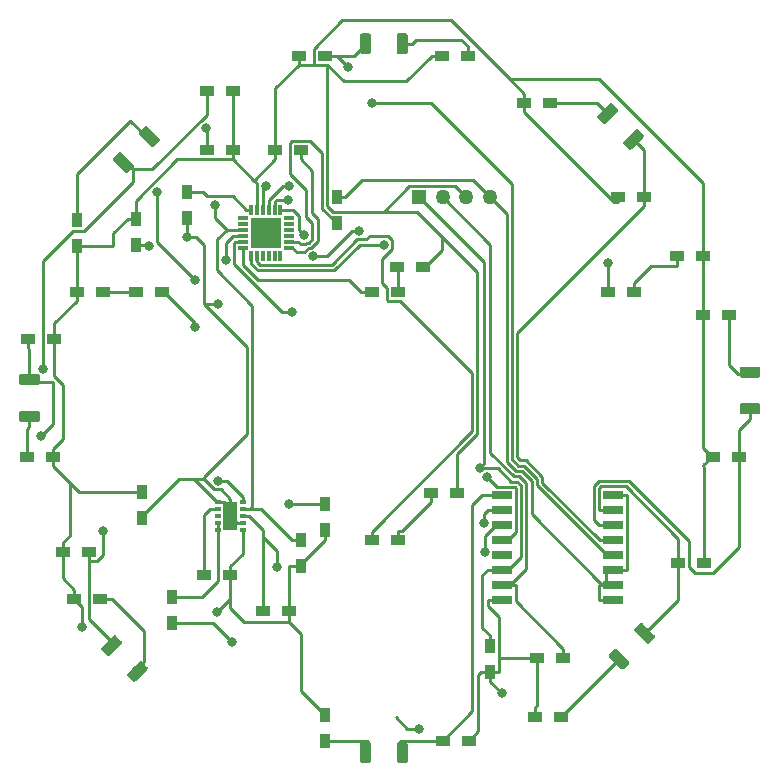
<source format=gbr>
G04 #@! TF.GenerationSoftware,KiCad,Pcbnew,(5.0.2)-1*
G04 #@! TF.CreationDate,2019-02-17T02:34:44-05:00*
G04 #@! TF.ProjectId,bikesenseCap,62696b65-7365-46e7-9365-4361702e6b69,REV B*
G04 #@! TF.SameCoordinates,Original*
G04 #@! TF.FileFunction,Copper,L1,Top*
G04 #@! TF.FilePolarity,Positive*
%FSLAX46Y46*%
G04 Gerber Fmt 4.6, Leading zero omitted, Abs format (unit mm)*
G04 Created by KiCad (PCBNEW (5.0.2)-1) date 2/17/2019 2:34:44 AM*
%MOMM*%
%LPD*%
G01*
G04 APERTURE LIST*
G04 #@! TA.AperFunction,SMDPad,CuDef*
%ADD10R,1.200000X0.900000*%
G04 #@! TD*
G04 #@! TA.AperFunction,ComponentPad*
%ADD11R,1.270000X1.270000*%
G04 #@! TD*
G04 #@! TA.AperFunction,ComponentPad*
%ADD12C,1.270000*%
G04 #@! TD*
G04 #@! TA.AperFunction,SMDPad,CuDef*
%ADD13R,0.900000X1.200000*%
G04 #@! TD*
G04 #@! TA.AperFunction,SMDPad,CuDef*
%ADD14R,0.600000X0.400000*%
G04 #@! TD*
G04 #@! TA.AperFunction,SMDPad,CuDef*
%ADD15R,1.300000X2.400000*%
G04 #@! TD*
G04 #@! TA.AperFunction,SMDPad,CuDef*
%ADD16R,2.600000X2.600000*%
G04 #@! TD*
G04 #@! TA.AperFunction,SMDPad,CuDef*
%ADD17R,0.300000X0.850000*%
G04 #@! TD*
G04 #@! TA.AperFunction,SMDPad,CuDef*
%ADD18R,0.850000X0.300000*%
G04 #@! TD*
G04 #@! TA.AperFunction,SMDPad,CuDef*
%ADD19R,1.700000X0.700000*%
G04 #@! TD*
G04 #@! TA.AperFunction,Conductor*
%ADD20C,0.100000*%
G04 #@! TD*
G04 #@! TA.AperFunction,SMDPad,CuDef*
%ADD21C,0.950000*%
G04 #@! TD*
G04 #@! TA.AperFunction,ViaPad*
%ADD22C,0.800000*%
G04 #@! TD*
G04 #@! TA.AperFunction,Conductor*
%ADD23C,0.250000*%
G04 #@! TD*
G04 APERTURE END LIST*
D10*
G04 #@! TO.P,D3,1*
G04 #@! TO.N,Net-(D3-Pad1)*
X131200000Y-91000000D03*
G04 #@! TO.P,D3,2*
G04 #@! TO.N,Net-(D3-Pad2)*
X129000000Y-91000000D03*
G04 #@! TD*
G04 #@! TO.P,D4,2*
G04 #@! TO.N,Net-(D4-Pad2)*
X151200000Y-91000000D03*
G04 #@! TO.P,D4,1*
G04 #@! TO.N,Net-(D4-Pad1)*
X149000000Y-91000000D03*
G04 #@! TD*
G04 #@! TO.P,D5,2*
G04 #@! TO.N,Net-(D5-Pad2)*
X171200000Y-91000000D03*
G04 #@! TO.P,D5,1*
G04 #@! TO.N,Net-(D5-Pad1)*
X169000000Y-91000000D03*
G04 #@! TD*
G04 #@! TO.P,D6,1*
G04 #@! TO.N,Net-(D6-Pad1)*
X149000000Y-112000000D03*
G04 #@! TO.P,D6,2*
G04 #@! TO.N,Net-(D6-Pad2)*
X151200000Y-112000000D03*
G04 #@! TD*
D11*
G04 #@! TO.P,J1,1*
G04 #@! TO.N,/SCL*
X153000260Y-83000000D03*
D12*
G04 #@! TO.P,J1,2*
G04 #@! TO.N,/SDA*
X155001780Y-83000000D03*
G04 #@! TO.P,J1,3*
G04 #@! TO.N,+3V3*
X156998220Y-83000000D03*
G04 #@! TO.P,J1,4*
G04 #@! TO.N,GND*
X158999740Y-83000000D03*
G04 #@! TD*
D10*
G04 #@! TO.P,R1,1*
G04 #@! TO.N,Net-(R1-Pad1)*
X143000000Y-79000000D03*
G04 #@! TO.P,R1,2*
G04 #@! TO.N,+3V3*
X140800000Y-79000000D03*
G04 #@! TD*
G04 #@! TO.P,R2,1*
G04 #@! TO.N,/SCL*
X135000000Y-79000000D03*
G04 #@! TO.P,R2,2*
G04 #@! TO.N,+3V3*
X137200000Y-79000000D03*
G04 #@! TD*
D13*
G04 #@! TO.P,R3,2*
G04 #@! TO.N,GND*
X146000000Y-83000000D03*
G04 #@! TO.P,R3,1*
G04 #@! TO.N,Net-(R3-Pad1)*
X146000000Y-85200000D03*
G04 #@! TD*
G04 #@! TO.P,R4,1*
G04 #@! TO.N,GND*
X133350000Y-84750000D03*
G04 #@! TO.P,R4,2*
G04 #@! TO.N,Net-(R4-Pad2)*
X133350000Y-82550000D03*
G04 #@! TD*
G04 #@! TO.P,R5,2*
G04 #@! TO.N,+3V3*
X129000000Y-84800000D03*
G04 #@! TO.P,R5,1*
G04 #@! TO.N,/SDA*
X129000000Y-87000000D03*
G04 #@! TD*
G04 #@! TO.P,R6,1*
G04 #@! TO.N,/SCL*
X145000000Y-109000000D03*
G04 #@! TO.P,R6,2*
G04 #@! TO.N,+3V3*
X145000000Y-111200000D03*
G04 #@! TD*
G04 #@! TO.P,R7,2*
G04 #@! TO.N,GND*
X129540000Y-110150000D03*
G04 #@! TO.P,R7,1*
G04 #@! TO.N,+3V3*
X129540000Y-107950000D03*
G04 #@! TD*
G04 #@! TO.P,R8,1*
G04 #@! TO.N,/SDA*
X143000000Y-112000000D03*
G04 #@! TO.P,R8,2*
G04 #@! TO.N,+3V3*
X143000000Y-114200000D03*
G04 #@! TD*
D10*
G04 #@! TO.P,R9,2*
G04 #@! TO.N,+3V3*
X142000000Y-118000000D03*
G04 #@! TO.P,R9,1*
G04 #@! TO.N,Net-(R9-Pad1)*
X139800000Y-118000000D03*
G04 #@! TD*
G04 #@! TO.P,R10,1*
G04 #@! TO.N,Net-(R10-Pad1)*
X134800000Y-115000000D03*
G04 #@! TO.P,R10,2*
G04 #@! TO.N,+3V3*
X137000000Y-115000000D03*
G04 #@! TD*
G04 #@! TO.P,R11,1*
G04 #@! TO.N,Net-(D3-Pad2)*
X126200000Y-91000000D03*
G04 #@! TO.P,R11,2*
G04 #@! TO.N,+3V3*
X124000000Y-91000000D03*
G04 #@! TD*
G04 #@! TO.P,R12,2*
G04 #@! TO.N,+3V3*
X153330000Y-88900000D03*
G04 #@! TO.P,R12,1*
G04 #@! TO.N,Net-(D4-Pad2)*
X151130000Y-88900000D03*
G04 #@! TD*
G04 #@! TO.P,R13,2*
G04 #@! TO.N,+3V3*
X177000000Y-88000000D03*
G04 #@! TO.P,R13,1*
G04 #@! TO.N,Net-(D5-Pad2)*
X174800000Y-88000000D03*
G04 #@! TD*
G04 #@! TO.P,R14,1*
G04 #@! TO.N,Net-(D6-Pad2)*
X154000000Y-108000000D03*
G04 #@! TO.P,R14,2*
G04 #@! TO.N,+3V3*
X156200000Y-108000000D03*
G04 #@! TD*
G04 #@! TO.P,R19,2*
G04 #@! TO.N,Net-(D11-Pad2)*
X119800000Y-105000000D03*
G04 #@! TO.P,R19,1*
G04 #@! TO.N,+3V3*
X122000000Y-105000000D03*
G04 #@! TD*
G04 #@! TO.P,R20,1*
G04 #@! TO.N,+3V3*
X122100000Y-95000000D03*
G04 #@! TO.P,R20,2*
G04 #@! TO.N,/West*
X119900000Y-95000000D03*
G04 #@! TD*
D13*
G04 #@! TO.P,R21,2*
G04 #@! TO.N,Net-(D12-Pad2)*
X124000000Y-84900000D03*
G04 #@! TO.P,R21,1*
G04 #@! TO.N,+3V3*
X124000000Y-87100000D03*
G04 #@! TD*
D10*
G04 #@! TO.P,R22,2*
G04 #@! TO.N,Net-(D13-Pad2)*
X126000000Y-117000000D03*
G04 #@! TO.P,R22,1*
G04 #@! TO.N,+3V3*
X123800000Y-117000000D03*
G04 #@! TD*
D13*
G04 #@! TO.P,R23,2*
G04 #@! TO.N,+3V3*
X159000000Y-123200000D03*
G04 #@! TO.P,R23,1*
G04 #@! TO.N,/SCL*
X159000000Y-121000000D03*
G04 #@! TD*
D10*
G04 #@! TO.P,R24,1*
G04 #@! TO.N,+3V3*
X137200000Y-74000000D03*
G04 #@! TO.P,R24,2*
G04 #@! TO.N,/NorthWest*
X135000000Y-74000000D03*
G04 #@! TD*
G04 #@! TO.P,R25,1*
G04 #@! TO.N,+3V3*
X122800000Y-113000000D03*
G04 #@! TO.P,R25,2*
G04 #@! TO.N,/SouthWest*
X125000000Y-113000000D03*
G04 #@! TD*
G04 #@! TO.P,R26,1*
G04 #@! TO.N,/SDA*
X165200000Y-122000000D03*
G04 #@! TO.P,R26,2*
G04 #@! TO.N,+3V3*
X163000000Y-122000000D03*
G04 #@! TD*
G04 #@! TO.P,R27,2*
G04 #@! TO.N,Net-(D14-Pad2)*
X157100000Y-71000000D03*
G04 #@! TO.P,R27,1*
G04 #@! TO.N,+3V3*
X154900000Y-71000000D03*
G04 #@! TD*
D13*
G04 #@! TO.P,R28,1*
G04 #@! TO.N,+3V3*
X145000000Y-126800000D03*
G04 #@! TO.P,R28,2*
G04 #@! TO.N,Net-(D15-Pad2)*
X145000000Y-129000000D03*
G04 #@! TD*
D10*
G04 #@! TO.P,R29,2*
G04 #@! TO.N,/North*
X145000000Y-71000000D03*
G04 #@! TO.P,R29,1*
G04 #@! TO.N,+3V3*
X142800000Y-71000000D03*
G04 #@! TD*
G04 #@! TO.P,R30,1*
G04 #@! TO.N,+3V3*
X157200000Y-129000000D03*
G04 #@! TO.P,R30,2*
G04 #@! TO.N,/South*
X155000000Y-129000000D03*
G04 #@! TD*
G04 #@! TO.P,R31,2*
G04 #@! TO.N,Net-(D16-Pad2)*
X164100000Y-75000000D03*
G04 #@! TO.P,R31,1*
G04 #@! TO.N,+3V3*
X161900000Y-75000000D03*
G04 #@! TD*
G04 #@! TO.P,R32,2*
G04 #@! TO.N,Net-(D17-Pad2)*
X165000000Y-127000000D03*
G04 #@! TO.P,R32,1*
G04 #@! TO.N,+3V3*
X162800000Y-127000000D03*
G04 #@! TD*
G04 #@! TO.P,R33,1*
G04 #@! TO.N,+3V3*
X169800000Y-83000000D03*
G04 #@! TO.P,R33,2*
G04 #@! TO.N,/NorthEast*
X172000000Y-83000000D03*
G04 #@! TD*
G04 #@! TO.P,R34,1*
G04 #@! TO.N,+3V3*
X177100000Y-114000000D03*
G04 #@! TO.P,R34,2*
G04 #@! TO.N,/SouthEast*
X174900000Y-114000000D03*
G04 #@! TD*
G04 #@! TO.P,R35,2*
G04 #@! TO.N,Net-(D18-Pad2)*
X179200000Y-93000000D03*
G04 #@! TO.P,R35,1*
G04 #@! TO.N,+3V3*
X177000000Y-93000000D03*
G04 #@! TD*
G04 #@! TO.P,R36,1*
G04 #@! TO.N,+3V3*
X177900000Y-105000000D03*
G04 #@! TO.P,R36,2*
G04 #@! TO.N,/East*
X180100000Y-105000000D03*
G04 #@! TD*
D13*
G04 #@! TO.P,TH1,2*
G04 #@! TO.N,Net-(TH1-Pad2)*
X132080000Y-116840000D03*
G04 #@! TO.P,TH1,1*
G04 #@! TO.N,Net-(R9-Pad1)*
X132080000Y-119040000D03*
G04 #@! TD*
D14*
G04 #@! TO.P,U1,3*
G04 #@! TO.N,Net-(U1-Pad3)*
X135950000Y-110000000D03*
G04 #@! TO.P,U1,8*
G04 #@! TO.N,Net-(R9-Pad1)*
X138050000Y-110000000D03*
G04 #@! TO.P,U1,9*
G04 #@! TO.N,/SDA*
X138050000Y-109400000D03*
G04 #@! TO.P,U1,10*
G04 #@! TO.N,/SCL*
X138050000Y-108800000D03*
G04 #@! TO.P,U1,7*
G04 #@! TO.N,GND*
X138050000Y-110600000D03*
G04 #@! TO.P,U1,6*
G04 #@! TO.N,+3V3*
X138050000Y-111200000D03*
G04 #@! TO.P,U1,4*
G04 #@! TO.N,Net-(TH1-Pad2)*
X135950000Y-110600000D03*
G04 #@! TO.P,U1,5*
X135950000Y-111200000D03*
G04 #@! TO.P,U1,2*
G04 #@! TO.N,Net-(R10-Pad1)*
X135950000Y-109400000D03*
G04 #@! TO.P,U1,1*
G04 #@! TO.N,GND*
X135950000Y-108800000D03*
D15*
G04 #@! TO.P,U1,11*
X137000000Y-110000000D03*
G04 #@! TD*
D16*
G04 #@! TO.P,U2,25*
G04 #@! TO.N,GND*
X140000000Y-86000000D03*
D17*
G04 #@! TO.P,U2,24*
G04 #@! TO.N,Net-(R4-Pad2)*
X138750000Y-84050000D03*
G04 #@! TO.P,U2,23*
G04 #@! TO.N,+3V3*
X139250000Y-84050000D03*
G04 #@! TO.P,U2,22*
G04 #@! TO.N,Net-(J2-Pad1)*
X139750000Y-84050000D03*
G04 #@! TO.P,U2,21*
G04 #@! TO.N,Net-(J3-Pad1)*
X140250000Y-84050000D03*
G04 #@! TO.P,U2,20*
G04 #@! TO.N,Net-(J4-Pad1)*
X140750000Y-84050000D03*
G04 #@! TO.P,U2,19*
G04 #@! TO.N,Net-(J5-Pad1)*
X141250000Y-84050000D03*
D18*
G04 #@! TO.P,U2,18*
G04 #@! TO.N,Net-(U2-Pad18)*
X141950000Y-84750000D03*
G04 #@! TO.P,U2,17*
G04 #@! TO.N,Net-(U2-Pad17)*
X141950000Y-85250000D03*
G04 #@! TO.P,U2,16*
G04 #@! TO.N,Net-(U2-Pad16)*
X141950000Y-85750000D03*
G04 #@! TO.P,U2,15*
G04 #@! TO.N,Net-(U2-Pad15)*
X141950000Y-86250000D03*
G04 #@! TO.P,U2,14*
G04 #@! TO.N,Net-(R3-Pad1)*
X141950000Y-86750000D03*
G04 #@! TO.P,U2,13*
G04 #@! TO.N,Net-(R1-Pad1)*
X141950000Y-87250000D03*
D17*
G04 #@! TO.P,U2,12*
G04 #@! TO.N,Net-(U2-Pad12)*
X141250000Y-87950000D03*
G04 #@! TO.P,U2,11*
G04 #@! TO.N,Net-(U2-Pad11)*
X140750000Y-87950000D03*
G04 #@! TO.P,U2,10*
G04 #@! TO.N,Net-(U2-Pad10)*
X140250000Y-87950000D03*
G04 #@! TO.P,U2,9*
G04 #@! TO.N,Net-(U2-Pad9)*
X139750000Y-87950000D03*
G04 #@! TO.P,U2,8*
G04 #@! TO.N,Net-(D6-Pad1)*
X139250000Y-87950000D03*
G04 #@! TO.P,U2,7*
G04 #@! TO.N,Net-(D5-Pad1)*
X138750000Y-87950000D03*
D18*
G04 #@! TO.P,U2,6*
G04 #@! TO.N,Net-(D4-Pad1)*
X138050000Y-87250000D03*
G04 #@! TO.P,U2,5*
G04 #@! TO.N,Net-(D3-Pad1)*
X138050000Y-86750000D03*
G04 #@! TO.P,U2,4*
G04 #@! TO.N,/SCL*
X138050000Y-86250000D03*
G04 #@! TO.P,U2,3*
G04 #@! TO.N,/SDA*
X138050000Y-85750000D03*
G04 #@! TO.P,U2,2*
G04 #@! TO.N,Net-(U2-Pad2)*
X138050000Y-85250000D03*
G04 #@! TO.P,U2,1*
G04 #@! TO.N,Net-(U2-Pad1)*
X138050000Y-84750000D03*
G04 #@! TD*
D19*
G04 #@! TO.P,U3,13*
G04 #@! TO.N,Net-(U3-Pad13)*
X160000000Y-113270000D03*
G04 #@! TO.P,U3,14*
G04 #@! TO.N,/SCL*
X160000000Y-114540000D03*
G04 #@! TO.P,U3,15*
G04 #@! TO.N,/SDA*
X160000000Y-115810000D03*
G04 #@! TO.P,U3,16*
G04 #@! TO.N,+3V3*
X160000000Y-117080000D03*
G04 #@! TO.P,U3,12*
G04 #@! TO.N,/NorthWest*
X160000000Y-112000000D03*
G04 #@! TO.P,U3,11*
G04 #@! TO.N,/West*
X160000000Y-110730000D03*
G04 #@! TO.P,U3,10*
G04 #@! TO.N,/SouthWest*
X160000000Y-109460000D03*
G04 #@! TO.P,U3,9*
G04 #@! TO.N,/South*
X160000000Y-108190000D03*
G04 #@! TO.P,U3,4*
G04 #@! TO.N,/North*
X169380000Y-113270000D03*
G04 #@! TO.P,U3,5*
G04 #@! TO.N,/NorthEast*
X169380000Y-112000000D03*
G04 #@! TO.P,U3,3*
G04 #@! TO.N,GND*
X169380000Y-114540000D03*
G04 #@! TO.P,U3,2*
X169380000Y-115810000D03*
G04 #@! TO.P,U3,1*
X169380000Y-117080000D03*
G04 #@! TO.P,U3,6*
G04 #@! TO.N,/East*
X169380000Y-110730000D03*
G04 #@! TO.P,U3,7*
G04 #@! TO.N,/SouthEast*
X169380000Y-109460000D03*
G04 #@! TO.P,U3,8*
G04 #@! TO.N,GND*
X169380000Y-108190000D03*
G04 #@! TD*
D20*
G04 #@! TO.N,Net-(D11-Pad2)*
G04 #@! TO.C,D11*
G36*
X120703623Y-101075915D02*
X120722067Y-101078651D01*
X120740154Y-101083181D01*
X120757710Y-101089463D01*
X120774565Y-101097435D01*
X120790558Y-101107021D01*
X120805535Y-101118128D01*
X120819350Y-101130650D01*
X120831872Y-101144465D01*
X120842979Y-101159442D01*
X120852565Y-101175435D01*
X120860537Y-101192290D01*
X120866819Y-101209846D01*
X120871349Y-101227933D01*
X120874085Y-101246377D01*
X120875000Y-101265000D01*
X120875000Y-101835000D01*
X120874085Y-101853623D01*
X120871349Y-101872067D01*
X120866819Y-101890154D01*
X120860537Y-101907710D01*
X120852565Y-101924565D01*
X120842979Y-101940558D01*
X120831872Y-101955535D01*
X120819350Y-101969350D01*
X120805535Y-101981872D01*
X120790558Y-101992979D01*
X120774565Y-102002565D01*
X120757710Y-102010537D01*
X120740154Y-102016819D01*
X120722067Y-102021349D01*
X120703623Y-102024085D01*
X120685000Y-102025000D01*
X119315000Y-102025000D01*
X119296377Y-102024085D01*
X119277933Y-102021349D01*
X119259846Y-102016819D01*
X119242290Y-102010537D01*
X119225435Y-102002565D01*
X119209442Y-101992979D01*
X119194465Y-101981872D01*
X119180650Y-101969350D01*
X119168128Y-101955535D01*
X119157021Y-101940558D01*
X119147435Y-101924565D01*
X119139463Y-101907710D01*
X119133181Y-101890154D01*
X119128651Y-101872067D01*
X119125915Y-101853623D01*
X119125000Y-101835000D01*
X119125000Y-101265000D01*
X119125915Y-101246377D01*
X119128651Y-101227933D01*
X119133181Y-101209846D01*
X119139463Y-101192290D01*
X119147435Y-101175435D01*
X119157021Y-101159442D01*
X119168128Y-101144465D01*
X119180650Y-101130650D01*
X119194465Y-101118128D01*
X119209442Y-101107021D01*
X119225435Y-101097435D01*
X119242290Y-101089463D01*
X119259846Y-101083181D01*
X119277933Y-101078651D01*
X119296377Y-101075915D01*
X119315000Y-101075000D01*
X120685000Y-101075000D01*
X120703623Y-101075915D01*
X120703623Y-101075915D01*
G37*
D21*
G04 #@! TD*
G04 #@! TO.P,D11,2*
G04 #@! TO.N,Net-(D11-Pad2)*
X120000000Y-101550000D03*
D20*
G04 #@! TO.N,/West*
G04 #@! TO.C,D11*
G36*
X120703623Y-97975915D02*
X120722067Y-97978651D01*
X120740154Y-97983181D01*
X120757710Y-97989463D01*
X120774565Y-97997435D01*
X120790558Y-98007021D01*
X120805535Y-98018128D01*
X120819350Y-98030650D01*
X120831872Y-98044465D01*
X120842979Y-98059442D01*
X120852565Y-98075435D01*
X120860537Y-98092290D01*
X120866819Y-98109846D01*
X120871349Y-98127933D01*
X120874085Y-98146377D01*
X120875000Y-98165000D01*
X120875000Y-98735000D01*
X120874085Y-98753623D01*
X120871349Y-98772067D01*
X120866819Y-98790154D01*
X120860537Y-98807710D01*
X120852565Y-98824565D01*
X120842979Y-98840558D01*
X120831872Y-98855535D01*
X120819350Y-98869350D01*
X120805535Y-98881872D01*
X120790558Y-98892979D01*
X120774565Y-98902565D01*
X120757710Y-98910537D01*
X120740154Y-98916819D01*
X120722067Y-98921349D01*
X120703623Y-98924085D01*
X120685000Y-98925000D01*
X119315000Y-98925000D01*
X119296377Y-98924085D01*
X119277933Y-98921349D01*
X119259846Y-98916819D01*
X119242290Y-98910537D01*
X119225435Y-98902565D01*
X119209442Y-98892979D01*
X119194465Y-98881872D01*
X119180650Y-98869350D01*
X119168128Y-98855535D01*
X119157021Y-98840558D01*
X119147435Y-98824565D01*
X119139463Y-98807710D01*
X119133181Y-98790154D01*
X119128651Y-98772067D01*
X119125915Y-98753623D01*
X119125000Y-98735000D01*
X119125000Y-98165000D01*
X119125915Y-98146377D01*
X119128651Y-98127933D01*
X119133181Y-98109846D01*
X119139463Y-98092290D01*
X119147435Y-98075435D01*
X119157021Y-98059442D01*
X119168128Y-98044465D01*
X119180650Y-98030650D01*
X119194465Y-98018128D01*
X119209442Y-98007021D01*
X119225435Y-97997435D01*
X119242290Y-97989463D01*
X119259846Y-97983181D01*
X119277933Y-97978651D01*
X119296377Y-97975915D01*
X119315000Y-97975000D01*
X120685000Y-97975000D01*
X120703623Y-97975915D01*
X120703623Y-97975915D01*
G37*
D21*
G04 #@! TD*
G04 #@! TO.P,D11,1*
G04 #@! TO.N,/West*
X120000000Y-98450000D03*
D20*
G04 #@! TO.N,/NorthWest*
G04 #@! TO.C,D12*
G36*
X127684764Y-79175637D02*
X127703208Y-79178373D01*
X127721295Y-79182903D01*
X127738851Y-79189185D01*
X127755706Y-79197157D01*
X127771699Y-79206743D01*
X127786676Y-79217850D01*
X127800491Y-79230372D01*
X128769228Y-80199109D01*
X128781750Y-80212924D01*
X128792857Y-80227901D01*
X128802443Y-80243894D01*
X128810415Y-80260749D01*
X128816697Y-80278305D01*
X128821227Y-80296392D01*
X128823963Y-80314836D01*
X128824878Y-80333459D01*
X128823963Y-80352082D01*
X128821227Y-80370526D01*
X128816697Y-80388613D01*
X128810415Y-80406169D01*
X128802443Y-80423024D01*
X128792857Y-80439017D01*
X128781750Y-80453994D01*
X128769228Y-80467809D01*
X128366177Y-80870860D01*
X128352362Y-80883382D01*
X128337385Y-80894489D01*
X128321392Y-80904075D01*
X128304537Y-80912047D01*
X128286981Y-80918329D01*
X128268894Y-80922859D01*
X128250450Y-80925595D01*
X128231827Y-80926510D01*
X128213204Y-80925595D01*
X128194760Y-80922859D01*
X128176673Y-80918329D01*
X128159117Y-80912047D01*
X128142262Y-80904075D01*
X128126269Y-80894489D01*
X128111292Y-80883382D01*
X128097477Y-80870860D01*
X127128740Y-79902123D01*
X127116218Y-79888308D01*
X127105111Y-79873331D01*
X127095525Y-79857338D01*
X127087553Y-79840483D01*
X127081271Y-79822927D01*
X127076741Y-79804840D01*
X127074005Y-79786396D01*
X127073090Y-79767773D01*
X127074005Y-79749150D01*
X127076741Y-79730706D01*
X127081271Y-79712619D01*
X127087553Y-79695063D01*
X127095525Y-79678208D01*
X127105111Y-79662215D01*
X127116218Y-79647238D01*
X127128740Y-79633423D01*
X127531791Y-79230372D01*
X127545606Y-79217850D01*
X127560583Y-79206743D01*
X127576576Y-79197157D01*
X127593431Y-79189185D01*
X127610987Y-79182903D01*
X127629074Y-79178373D01*
X127647518Y-79175637D01*
X127666141Y-79174722D01*
X127684764Y-79175637D01*
X127684764Y-79175637D01*
G37*
D21*
G04 #@! TD*
G04 #@! TO.P,D12,1*
G04 #@! TO.N,/NorthWest*
X127948984Y-80050616D03*
D20*
G04 #@! TO.N,Net-(D12-Pad2)*
G04 #@! TO.C,D12*
G36*
X129876796Y-76983605D02*
X129895240Y-76986341D01*
X129913327Y-76990871D01*
X129930883Y-76997153D01*
X129947738Y-77005125D01*
X129963731Y-77014711D01*
X129978708Y-77025818D01*
X129992523Y-77038340D01*
X130961260Y-78007077D01*
X130973782Y-78020892D01*
X130984889Y-78035869D01*
X130994475Y-78051862D01*
X131002447Y-78068717D01*
X131008729Y-78086273D01*
X131013259Y-78104360D01*
X131015995Y-78122804D01*
X131016910Y-78141427D01*
X131015995Y-78160050D01*
X131013259Y-78178494D01*
X131008729Y-78196581D01*
X131002447Y-78214137D01*
X130994475Y-78230992D01*
X130984889Y-78246985D01*
X130973782Y-78261962D01*
X130961260Y-78275777D01*
X130558209Y-78678828D01*
X130544394Y-78691350D01*
X130529417Y-78702457D01*
X130513424Y-78712043D01*
X130496569Y-78720015D01*
X130479013Y-78726297D01*
X130460926Y-78730827D01*
X130442482Y-78733563D01*
X130423859Y-78734478D01*
X130405236Y-78733563D01*
X130386792Y-78730827D01*
X130368705Y-78726297D01*
X130351149Y-78720015D01*
X130334294Y-78712043D01*
X130318301Y-78702457D01*
X130303324Y-78691350D01*
X130289509Y-78678828D01*
X129320772Y-77710091D01*
X129308250Y-77696276D01*
X129297143Y-77681299D01*
X129287557Y-77665306D01*
X129279585Y-77648451D01*
X129273303Y-77630895D01*
X129268773Y-77612808D01*
X129266037Y-77594364D01*
X129265122Y-77575741D01*
X129266037Y-77557118D01*
X129268773Y-77538674D01*
X129273303Y-77520587D01*
X129279585Y-77503031D01*
X129287557Y-77486176D01*
X129297143Y-77470183D01*
X129308250Y-77455206D01*
X129320772Y-77441391D01*
X129723823Y-77038340D01*
X129737638Y-77025818D01*
X129752615Y-77014711D01*
X129768608Y-77005125D01*
X129785463Y-76997153D01*
X129803019Y-76990871D01*
X129821106Y-76986341D01*
X129839550Y-76983605D01*
X129858173Y-76982690D01*
X129876796Y-76983605D01*
X129876796Y-76983605D01*
G37*
D21*
G04 #@! TD*
G04 #@! TO.P,D12,2*
G04 #@! TO.N,Net-(D12-Pad2)*
X130141016Y-77858584D03*
D20*
G04 #@! TO.N,/SouthWest*
G04 #@! TO.C,D13*
G36*
X127250450Y-120074005D02*
X127268894Y-120076741D01*
X127286981Y-120081271D01*
X127304537Y-120087553D01*
X127321392Y-120095525D01*
X127337385Y-120105111D01*
X127352362Y-120116218D01*
X127366177Y-120128740D01*
X127769228Y-120531791D01*
X127781750Y-120545606D01*
X127792857Y-120560583D01*
X127802443Y-120576576D01*
X127810415Y-120593431D01*
X127816697Y-120610987D01*
X127821227Y-120629074D01*
X127823963Y-120647518D01*
X127824878Y-120666141D01*
X127823963Y-120684764D01*
X127821227Y-120703208D01*
X127816697Y-120721295D01*
X127810415Y-120738851D01*
X127802443Y-120755706D01*
X127792857Y-120771699D01*
X127781750Y-120786676D01*
X127769228Y-120800491D01*
X126800491Y-121769228D01*
X126786676Y-121781750D01*
X126771699Y-121792857D01*
X126755706Y-121802443D01*
X126738851Y-121810415D01*
X126721295Y-121816697D01*
X126703208Y-121821227D01*
X126684764Y-121823963D01*
X126666141Y-121824878D01*
X126647518Y-121823963D01*
X126629074Y-121821227D01*
X126610987Y-121816697D01*
X126593431Y-121810415D01*
X126576576Y-121802443D01*
X126560583Y-121792857D01*
X126545606Y-121781750D01*
X126531791Y-121769228D01*
X126128740Y-121366177D01*
X126116218Y-121352362D01*
X126105111Y-121337385D01*
X126095525Y-121321392D01*
X126087553Y-121304537D01*
X126081271Y-121286981D01*
X126076741Y-121268894D01*
X126074005Y-121250450D01*
X126073090Y-121231827D01*
X126074005Y-121213204D01*
X126076741Y-121194760D01*
X126081271Y-121176673D01*
X126087553Y-121159117D01*
X126095525Y-121142262D01*
X126105111Y-121126269D01*
X126116218Y-121111292D01*
X126128740Y-121097477D01*
X127097477Y-120128740D01*
X127111292Y-120116218D01*
X127126269Y-120105111D01*
X127142262Y-120095525D01*
X127159117Y-120087553D01*
X127176673Y-120081271D01*
X127194760Y-120076741D01*
X127213204Y-120074005D01*
X127231827Y-120073090D01*
X127250450Y-120074005D01*
X127250450Y-120074005D01*
G37*
D21*
G04 #@! TD*
G04 #@! TO.P,D13,1*
G04 #@! TO.N,/SouthWest*
X126948984Y-120948984D03*
D20*
G04 #@! TO.N,Net-(D13-Pad2)*
G04 #@! TO.C,D13*
G36*
X129442482Y-122266037D02*
X129460926Y-122268773D01*
X129479013Y-122273303D01*
X129496569Y-122279585D01*
X129513424Y-122287557D01*
X129529417Y-122297143D01*
X129544394Y-122308250D01*
X129558209Y-122320772D01*
X129961260Y-122723823D01*
X129973782Y-122737638D01*
X129984889Y-122752615D01*
X129994475Y-122768608D01*
X130002447Y-122785463D01*
X130008729Y-122803019D01*
X130013259Y-122821106D01*
X130015995Y-122839550D01*
X130016910Y-122858173D01*
X130015995Y-122876796D01*
X130013259Y-122895240D01*
X130008729Y-122913327D01*
X130002447Y-122930883D01*
X129994475Y-122947738D01*
X129984889Y-122963731D01*
X129973782Y-122978708D01*
X129961260Y-122992523D01*
X128992523Y-123961260D01*
X128978708Y-123973782D01*
X128963731Y-123984889D01*
X128947738Y-123994475D01*
X128930883Y-124002447D01*
X128913327Y-124008729D01*
X128895240Y-124013259D01*
X128876796Y-124015995D01*
X128858173Y-124016910D01*
X128839550Y-124015995D01*
X128821106Y-124013259D01*
X128803019Y-124008729D01*
X128785463Y-124002447D01*
X128768608Y-123994475D01*
X128752615Y-123984889D01*
X128737638Y-123973782D01*
X128723823Y-123961260D01*
X128320772Y-123558209D01*
X128308250Y-123544394D01*
X128297143Y-123529417D01*
X128287557Y-123513424D01*
X128279585Y-123496569D01*
X128273303Y-123479013D01*
X128268773Y-123460926D01*
X128266037Y-123442482D01*
X128265122Y-123423859D01*
X128266037Y-123405236D01*
X128268773Y-123386792D01*
X128273303Y-123368705D01*
X128279585Y-123351149D01*
X128287557Y-123334294D01*
X128297143Y-123318301D01*
X128308250Y-123303324D01*
X128320772Y-123289509D01*
X129289509Y-122320772D01*
X129303324Y-122308250D01*
X129318301Y-122297143D01*
X129334294Y-122287557D01*
X129351149Y-122279585D01*
X129368705Y-122273303D01*
X129386792Y-122268773D01*
X129405236Y-122266037D01*
X129423859Y-122265122D01*
X129442482Y-122266037D01*
X129442482Y-122266037D01*
G37*
D21*
G04 #@! TD*
G04 #@! TO.P,D13,2*
G04 #@! TO.N,Net-(D13-Pad2)*
X129141016Y-123141016D03*
D20*
G04 #@! TO.N,Net-(D14-Pad2)*
G04 #@! TO.C,D14*
G36*
X151853623Y-69125915D02*
X151872067Y-69128651D01*
X151890154Y-69133181D01*
X151907710Y-69139463D01*
X151924565Y-69147435D01*
X151940558Y-69157021D01*
X151955535Y-69168128D01*
X151969350Y-69180650D01*
X151981872Y-69194465D01*
X151992979Y-69209442D01*
X152002565Y-69225435D01*
X152010537Y-69242290D01*
X152016819Y-69259846D01*
X152021349Y-69277933D01*
X152024085Y-69296377D01*
X152025000Y-69315000D01*
X152025000Y-70685000D01*
X152024085Y-70703623D01*
X152021349Y-70722067D01*
X152016819Y-70740154D01*
X152010537Y-70757710D01*
X152002565Y-70774565D01*
X151992979Y-70790558D01*
X151981872Y-70805535D01*
X151969350Y-70819350D01*
X151955535Y-70831872D01*
X151940558Y-70842979D01*
X151924565Y-70852565D01*
X151907710Y-70860537D01*
X151890154Y-70866819D01*
X151872067Y-70871349D01*
X151853623Y-70874085D01*
X151835000Y-70875000D01*
X151265000Y-70875000D01*
X151246377Y-70874085D01*
X151227933Y-70871349D01*
X151209846Y-70866819D01*
X151192290Y-70860537D01*
X151175435Y-70852565D01*
X151159442Y-70842979D01*
X151144465Y-70831872D01*
X151130650Y-70819350D01*
X151118128Y-70805535D01*
X151107021Y-70790558D01*
X151097435Y-70774565D01*
X151089463Y-70757710D01*
X151083181Y-70740154D01*
X151078651Y-70722067D01*
X151075915Y-70703623D01*
X151075000Y-70685000D01*
X151075000Y-69315000D01*
X151075915Y-69296377D01*
X151078651Y-69277933D01*
X151083181Y-69259846D01*
X151089463Y-69242290D01*
X151097435Y-69225435D01*
X151107021Y-69209442D01*
X151118128Y-69194465D01*
X151130650Y-69180650D01*
X151144465Y-69168128D01*
X151159442Y-69157021D01*
X151175435Y-69147435D01*
X151192290Y-69139463D01*
X151209846Y-69133181D01*
X151227933Y-69128651D01*
X151246377Y-69125915D01*
X151265000Y-69125000D01*
X151835000Y-69125000D01*
X151853623Y-69125915D01*
X151853623Y-69125915D01*
G37*
D21*
G04 #@! TD*
G04 #@! TO.P,D14,2*
G04 #@! TO.N,Net-(D14-Pad2)*
X151550000Y-70000000D03*
D20*
G04 #@! TO.N,/North*
G04 #@! TO.C,D14*
G36*
X148753623Y-69125915D02*
X148772067Y-69128651D01*
X148790154Y-69133181D01*
X148807710Y-69139463D01*
X148824565Y-69147435D01*
X148840558Y-69157021D01*
X148855535Y-69168128D01*
X148869350Y-69180650D01*
X148881872Y-69194465D01*
X148892979Y-69209442D01*
X148902565Y-69225435D01*
X148910537Y-69242290D01*
X148916819Y-69259846D01*
X148921349Y-69277933D01*
X148924085Y-69296377D01*
X148925000Y-69315000D01*
X148925000Y-70685000D01*
X148924085Y-70703623D01*
X148921349Y-70722067D01*
X148916819Y-70740154D01*
X148910537Y-70757710D01*
X148902565Y-70774565D01*
X148892979Y-70790558D01*
X148881872Y-70805535D01*
X148869350Y-70819350D01*
X148855535Y-70831872D01*
X148840558Y-70842979D01*
X148824565Y-70852565D01*
X148807710Y-70860537D01*
X148790154Y-70866819D01*
X148772067Y-70871349D01*
X148753623Y-70874085D01*
X148735000Y-70875000D01*
X148165000Y-70875000D01*
X148146377Y-70874085D01*
X148127933Y-70871349D01*
X148109846Y-70866819D01*
X148092290Y-70860537D01*
X148075435Y-70852565D01*
X148059442Y-70842979D01*
X148044465Y-70831872D01*
X148030650Y-70819350D01*
X148018128Y-70805535D01*
X148007021Y-70790558D01*
X147997435Y-70774565D01*
X147989463Y-70757710D01*
X147983181Y-70740154D01*
X147978651Y-70722067D01*
X147975915Y-70703623D01*
X147975000Y-70685000D01*
X147975000Y-69315000D01*
X147975915Y-69296377D01*
X147978651Y-69277933D01*
X147983181Y-69259846D01*
X147989463Y-69242290D01*
X147997435Y-69225435D01*
X148007021Y-69209442D01*
X148018128Y-69194465D01*
X148030650Y-69180650D01*
X148044465Y-69168128D01*
X148059442Y-69157021D01*
X148075435Y-69147435D01*
X148092290Y-69139463D01*
X148109846Y-69133181D01*
X148127933Y-69128651D01*
X148146377Y-69125915D01*
X148165000Y-69125000D01*
X148735000Y-69125000D01*
X148753623Y-69125915D01*
X148753623Y-69125915D01*
G37*
D21*
G04 #@! TD*
G04 #@! TO.P,D14,1*
G04 #@! TO.N,/North*
X148450000Y-70000000D03*
D20*
G04 #@! TO.N,Net-(D15-Pad2)*
G04 #@! TO.C,D15*
G36*
X148753623Y-129125915D02*
X148772067Y-129128651D01*
X148790154Y-129133181D01*
X148807710Y-129139463D01*
X148824565Y-129147435D01*
X148840558Y-129157021D01*
X148855535Y-129168128D01*
X148869350Y-129180650D01*
X148881872Y-129194465D01*
X148892979Y-129209442D01*
X148902565Y-129225435D01*
X148910537Y-129242290D01*
X148916819Y-129259846D01*
X148921349Y-129277933D01*
X148924085Y-129296377D01*
X148925000Y-129315000D01*
X148925000Y-130685000D01*
X148924085Y-130703623D01*
X148921349Y-130722067D01*
X148916819Y-130740154D01*
X148910537Y-130757710D01*
X148902565Y-130774565D01*
X148892979Y-130790558D01*
X148881872Y-130805535D01*
X148869350Y-130819350D01*
X148855535Y-130831872D01*
X148840558Y-130842979D01*
X148824565Y-130852565D01*
X148807710Y-130860537D01*
X148790154Y-130866819D01*
X148772067Y-130871349D01*
X148753623Y-130874085D01*
X148735000Y-130875000D01*
X148165000Y-130875000D01*
X148146377Y-130874085D01*
X148127933Y-130871349D01*
X148109846Y-130866819D01*
X148092290Y-130860537D01*
X148075435Y-130852565D01*
X148059442Y-130842979D01*
X148044465Y-130831872D01*
X148030650Y-130819350D01*
X148018128Y-130805535D01*
X148007021Y-130790558D01*
X147997435Y-130774565D01*
X147989463Y-130757710D01*
X147983181Y-130740154D01*
X147978651Y-130722067D01*
X147975915Y-130703623D01*
X147975000Y-130685000D01*
X147975000Y-129315000D01*
X147975915Y-129296377D01*
X147978651Y-129277933D01*
X147983181Y-129259846D01*
X147989463Y-129242290D01*
X147997435Y-129225435D01*
X148007021Y-129209442D01*
X148018128Y-129194465D01*
X148030650Y-129180650D01*
X148044465Y-129168128D01*
X148059442Y-129157021D01*
X148075435Y-129147435D01*
X148092290Y-129139463D01*
X148109846Y-129133181D01*
X148127933Y-129128651D01*
X148146377Y-129125915D01*
X148165000Y-129125000D01*
X148735000Y-129125000D01*
X148753623Y-129125915D01*
X148753623Y-129125915D01*
G37*
D21*
G04 #@! TD*
G04 #@! TO.P,D15,2*
G04 #@! TO.N,Net-(D15-Pad2)*
X148450000Y-130000000D03*
D20*
G04 #@! TO.N,/South*
G04 #@! TO.C,D15*
G36*
X151853623Y-129125915D02*
X151872067Y-129128651D01*
X151890154Y-129133181D01*
X151907710Y-129139463D01*
X151924565Y-129147435D01*
X151940558Y-129157021D01*
X151955535Y-129168128D01*
X151969350Y-129180650D01*
X151981872Y-129194465D01*
X151992979Y-129209442D01*
X152002565Y-129225435D01*
X152010537Y-129242290D01*
X152016819Y-129259846D01*
X152021349Y-129277933D01*
X152024085Y-129296377D01*
X152025000Y-129315000D01*
X152025000Y-130685000D01*
X152024085Y-130703623D01*
X152021349Y-130722067D01*
X152016819Y-130740154D01*
X152010537Y-130757710D01*
X152002565Y-130774565D01*
X151992979Y-130790558D01*
X151981872Y-130805535D01*
X151969350Y-130819350D01*
X151955535Y-130831872D01*
X151940558Y-130842979D01*
X151924565Y-130852565D01*
X151907710Y-130860537D01*
X151890154Y-130866819D01*
X151872067Y-130871349D01*
X151853623Y-130874085D01*
X151835000Y-130875000D01*
X151265000Y-130875000D01*
X151246377Y-130874085D01*
X151227933Y-130871349D01*
X151209846Y-130866819D01*
X151192290Y-130860537D01*
X151175435Y-130852565D01*
X151159442Y-130842979D01*
X151144465Y-130831872D01*
X151130650Y-130819350D01*
X151118128Y-130805535D01*
X151107021Y-130790558D01*
X151097435Y-130774565D01*
X151089463Y-130757710D01*
X151083181Y-130740154D01*
X151078651Y-130722067D01*
X151075915Y-130703623D01*
X151075000Y-130685000D01*
X151075000Y-129315000D01*
X151075915Y-129296377D01*
X151078651Y-129277933D01*
X151083181Y-129259846D01*
X151089463Y-129242290D01*
X151097435Y-129225435D01*
X151107021Y-129209442D01*
X151118128Y-129194465D01*
X151130650Y-129180650D01*
X151144465Y-129168128D01*
X151159442Y-129157021D01*
X151175435Y-129147435D01*
X151192290Y-129139463D01*
X151209846Y-129133181D01*
X151227933Y-129128651D01*
X151246377Y-129125915D01*
X151265000Y-129125000D01*
X151835000Y-129125000D01*
X151853623Y-129125915D01*
X151853623Y-129125915D01*
G37*
D21*
G04 #@! TD*
G04 #@! TO.P,D15,1*
G04 #@! TO.N,/South*
X151550000Y-130000000D03*
D20*
G04 #@! TO.N,Net-(D16-Pad2)*
G04 #@! TO.C,D16*
G36*
X169250450Y-75029005D02*
X169268894Y-75031741D01*
X169286981Y-75036271D01*
X169304537Y-75042553D01*
X169321392Y-75050525D01*
X169337385Y-75060111D01*
X169352362Y-75071218D01*
X169366177Y-75083740D01*
X169769228Y-75486791D01*
X169781750Y-75500606D01*
X169792857Y-75515583D01*
X169802443Y-75531576D01*
X169810415Y-75548431D01*
X169816697Y-75565987D01*
X169821227Y-75584074D01*
X169823963Y-75602518D01*
X169824878Y-75621141D01*
X169823963Y-75639764D01*
X169821227Y-75658208D01*
X169816697Y-75676295D01*
X169810415Y-75693851D01*
X169802443Y-75710706D01*
X169792857Y-75726699D01*
X169781750Y-75741676D01*
X169769228Y-75755491D01*
X168800491Y-76724228D01*
X168786676Y-76736750D01*
X168771699Y-76747857D01*
X168755706Y-76757443D01*
X168738851Y-76765415D01*
X168721295Y-76771697D01*
X168703208Y-76776227D01*
X168684764Y-76778963D01*
X168666141Y-76779878D01*
X168647518Y-76778963D01*
X168629074Y-76776227D01*
X168610987Y-76771697D01*
X168593431Y-76765415D01*
X168576576Y-76757443D01*
X168560583Y-76747857D01*
X168545606Y-76736750D01*
X168531791Y-76724228D01*
X168128740Y-76321177D01*
X168116218Y-76307362D01*
X168105111Y-76292385D01*
X168095525Y-76276392D01*
X168087553Y-76259537D01*
X168081271Y-76241981D01*
X168076741Y-76223894D01*
X168074005Y-76205450D01*
X168073090Y-76186827D01*
X168074005Y-76168204D01*
X168076741Y-76149760D01*
X168081271Y-76131673D01*
X168087553Y-76114117D01*
X168095525Y-76097262D01*
X168105111Y-76081269D01*
X168116218Y-76066292D01*
X168128740Y-76052477D01*
X169097477Y-75083740D01*
X169111292Y-75071218D01*
X169126269Y-75060111D01*
X169142262Y-75050525D01*
X169159117Y-75042553D01*
X169176673Y-75036271D01*
X169194760Y-75031741D01*
X169213204Y-75029005D01*
X169231827Y-75028090D01*
X169250450Y-75029005D01*
X169250450Y-75029005D01*
G37*
D21*
G04 #@! TD*
G04 #@! TO.P,D16,2*
G04 #@! TO.N,Net-(D16-Pad2)*
X168948984Y-75903984D03*
D20*
G04 #@! TO.N,/NorthEast*
G04 #@! TO.C,D16*
G36*
X171442482Y-77221037D02*
X171460926Y-77223773D01*
X171479013Y-77228303D01*
X171496569Y-77234585D01*
X171513424Y-77242557D01*
X171529417Y-77252143D01*
X171544394Y-77263250D01*
X171558209Y-77275772D01*
X171961260Y-77678823D01*
X171973782Y-77692638D01*
X171984889Y-77707615D01*
X171994475Y-77723608D01*
X172002447Y-77740463D01*
X172008729Y-77758019D01*
X172013259Y-77776106D01*
X172015995Y-77794550D01*
X172016910Y-77813173D01*
X172015995Y-77831796D01*
X172013259Y-77850240D01*
X172008729Y-77868327D01*
X172002447Y-77885883D01*
X171994475Y-77902738D01*
X171984889Y-77918731D01*
X171973782Y-77933708D01*
X171961260Y-77947523D01*
X170992523Y-78916260D01*
X170978708Y-78928782D01*
X170963731Y-78939889D01*
X170947738Y-78949475D01*
X170930883Y-78957447D01*
X170913327Y-78963729D01*
X170895240Y-78968259D01*
X170876796Y-78970995D01*
X170858173Y-78971910D01*
X170839550Y-78970995D01*
X170821106Y-78968259D01*
X170803019Y-78963729D01*
X170785463Y-78957447D01*
X170768608Y-78949475D01*
X170752615Y-78939889D01*
X170737638Y-78928782D01*
X170723823Y-78916260D01*
X170320772Y-78513209D01*
X170308250Y-78499394D01*
X170297143Y-78484417D01*
X170287557Y-78468424D01*
X170279585Y-78451569D01*
X170273303Y-78434013D01*
X170268773Y-78415926D01*
X170266037Y-78397482D01*
X170265122Y-78378859D01*
X170266037Y-78360236D01*
X170268773Y-78341792D01*
X170273303Y-78323705D01*
X170279585Y-78306149D01*
X170287557Y-78289294D01*
X170297143Y-78273301D01*
X170308250Y-78258324D01*
X170320772Y-78244509D01*
X171289509Y-77275772D01*
X171303324Y-77263250D01*
X171318301Y-77252143D01*
X171334294Y-77242557D01*
X171351149Y-77234585D01*
X171368705Y-77228303D01*
X171386792Y-77223773D01*
X171405236Y-77221037D01*
X171423859Y-77220122D01*
X171442482Y-77221037D01*
X171442482Y-77221037D01*
G37*
D21*
G04 #@! TD*
G04 #@! TO.P,D16,1*
G04 #@! TO.N,/NorthEast*
X171141016Y-78096016D03*
D20*
G04 #@! TO.N,/SouthEast*
G04 #@! TO.C,D17*
G36*
X171831796Y-119029005D02*
X171850240Y-119031741D01*
X171868327Y-119036271D01*
X171885883Y-119042553D01*
X171902738Y-119050525D01*
X171918731Y-119060111D01*
X171933708Y-119071218D01*
X171947523Y-119083740D01*
X172916260Y-120052477D01*
X172928782Y-120066292D01*
X172939889Y-120081269D01*
X172949475Y-120097262D01*
X172957447Y-120114117D01*
X172963729Y-120131673D01*
X172968259Y-120149760D01*
X172970995Y-120168204D01*
X172971910Y-120186827D01*
X172970995Y-120205450D01*
X172968259Y-120223894D01*
X172963729Y-120241981D01*
X172957447Y-120259537D01*
X172949475Y-120276392D01*
X172939889Y-120292385D01*
X172928782Y-120307362D01*
X172916260Y-120321177D01*
X172513209Y-120724228D01*
X172499394Y-120736750D01*
X172484417Y-120747857D01*
X172468424Y-120757443D01*
X172451569Y-120765415D01*
X172434013Y-120771697D01*
X172415926Y-120776227D01*
X172397482Y-120778963D01*
X172378859Y-120779878D01*
X172360236Y-120778963D01*
X172341792Y-120776227D01*
X172323705Y-120771697D01*
X172306149Y-120765415D01*
X172289294Y-120757443D01*
X172273301Y-120747857D01*
X172258324Y-120736750D01*
X172244509Y-120724228D01*
X171275772Y-119755491D01*
X171263250Y-119741676D01*
X171252143Y-119726699D01*
X171242557Y-119710706D01*
X171234585Y-119693851D01*
X171228303Y-119676295D01*
X171223773Y-119658208D01*
X171221037Y-119639764D01*
X171220122Y-119621141D01*
X171221037Y-119602518D01*
X171223773Y-119584074D01*
X171228303Y-119565987D01*
X171234585Y-119548431D01*
X171242557Y-119531576D01*
X171252143Y-119515583D01*
X171263250Y-119500606D01*
X171275772Y-119486791D01*
X171678823Y-119083740D01*
X171692638Y-119071218D01*
X171707615Y-119060111D01*
X171723608Y-119050525D01*
X171740463Y-119042553D01*
X171758019Y-119036271D01*
X171776106Y-119031741D01*
X171794550Y-119029005D01*
X171813173Y-119028090D01*
X171831796Y-119029005D01*
X171831796Y-119029005D01*
G37*
D21*
G04 #@! TD*
G04 #@! TO.P,D17,1*
G04 #@! TO.N,/SouthEast*
X172096016Y-119903984D03*
D20*
G04 #@! TO.N,Net-(D17-Pad2)*
G04 #@! TO.C,D17*
G36*
X169639764Y-121221037D02*
X169658208Y-121223773D01*
X169676295Y-121228303D01*
X169693851Y-121234585D01*
X169710706Y-121242557D01*
X169726699Y-121252143D01*
X169741676Y-121263250D01*
X169755491Y-121275772D01*
X170724228Y-122244509D01*
X170736750Y-122258324D01*
X170747857Y-122273301D01*
X170757443Y-122289294D01*
X170765415Y-122306149D01*
X170771697Y-122323705D01*
X170776227Y-122341792D01*
X170778963Y-122360236D01*
X170779878Y-122378859D01*
X170778963Y-122397482D01*
X170776227Y-122415926D01*
X170771697Y-122434013D01*
X170765415Y-122451569D01*
X170757443Y-122468424D01*
X170747857Y-122484417D01*
X170736750Y-122499394D01*
X170724228Y-122513209D01*
X170321177Y-122916260D01*
X170307362Y-122928782D01*
X170292385Y-122939889D01*
X170276392Y-122949475D01*
X170259537Y-122957447D01*
X170241981Y-122963729D01*
X170223894Y-122968259D01*
X170205450Y-122970995D01*
X170186827Y-122971910D01*
X170168204Y-122970995D01*
X170149760Y-122968259D01*
X170131673Y-122963729D01*
X170114117Y-122957447D01*
X170097262Y-122949475D01*
X170081269Y-122939889D01*
X170066292Y-122928782D01*
X170052477Y-122916260D01*
X169083740Y-121947523D01*
X169071218Y-121933708D01*
X169060111Y-121918731D01*
X169050525Y-121902738D01*
X169042553Y-121885883D01*
X169036271Y-121868327D01*
X169031741Y-121850240D01*
X169029005Y-121831796D01*
X169028090Y-121813173D01*
X169029005Y-121794550D01*
X169031741Y-121776106D01*
X169036271Y-121758019D01*
X169042553Y-121740463D01*
X169050525Y-121723608D01*
X169060111Y-121707615D01*
X169071218Y-121692638D01*
X169083740Y-121678823D01*
X169486791Y-121275772D01*
X169500606Y-121263250D01*
X169515583Y-121252143D01*
X169531576Y-121242557D01*
X169548431Y-121234585D01*
X169565987Y-121228303D01*
X169584074Y-121223773D01*
X169602518Y-121221037D01*
X169621141Y-121220122D01*
X169639764Y-121221037D01*
X169639764Y-121221037D01*
G37*
D21*
G04 #@! TD*
G04 #@! TO.P,D17,2*
G04 #@! TO.N,Net-(D17-Pad2)*
X169903984Y-122096016D03*
D20*
G04 #@! TO.N,/East*
G04 #@! TO.C,D18*
G36*
X181703623Y-100425915D02*
X181722067Y-100428651D01*
X181740154Y-100433181D01*
X181757710Y-100439463D01*
X181774565Y-100447435D01*
X181790558Y-100457021D01*
X181805535Y-100468128D01*
X181819350Y-100480650D01*
X181831872Y-100494465D01*
X181842979Y-100509442D01*
X181852565Y-100525435D01*
X181860537Y-100542290D01*
X181866819Y-100559846D01*
X181871349Y-100577933D01*
X181874085Y-100596377D01*
X181875000Y-100615000D01*
X181875000Y-101185000D01*
X181874085Y-101203623D01*
X181871349Y-101222067D01*
X181866819Y-101240154D01*
X181860537Y-101257710D01*
X181852565Y-101274565D01*
X181842979Y-101290558D01*
X181831872Y-101305535D01*
X181819350Y-101319350D01*
X181805535Y-101331872D01*
X181790558Y-101342979D01*
X181774565Y-101352565D01*
X181757710Y-101360537D01*
X181740154Y-101366819D01*
X181722067Y-101371349D01*
X181703623Y-101374085D01*
X181685000Y-101375000D01*
X180315000Y-101375000D01*
X180296377Y-101374085D01*
X180277933Y-101371349D01*
X180259846Y-101366819D01*
X180242290Y-101360537D01*
X180225435Y-101352565D01*
X180209442Y-101342979D01*
X180194465Y-101331872D01*
X180180650Y-101319350D01*
X180168128Y-101305535D01*
X180157021Y-101290558D01*
X180147435Y-101274565D01*
X180139463Y-101257710D01*
X180133181Y-101240154D01*
X180128651Y-101222067D01*
X180125915Y-101203623D01*
X180125000Y-101185000D01*
X180125000Y-100615000D01*
X180125915Y-100596377D01*
X180128651Y-100577933D01*
X180133181Y-100559846D01*
X180139463Y-100542290D01*
X180147435Y-100525435D01*
X180157021Y-100509442D01*
X180168128Y-100494465D01*
X180180650Y-100480650D01*
X180194465Y-100468128D01*
X180209442Y-100457021D01*
X180225435Y-100447435D01*
X180242290Y-100439463D01*
X180259846Y-100433181D01*
X180277933Y-100428651D01*
X180296377Y-100425915D01*
X180315000Y-100425000D01*
X181685000Y-100425000D01*
X181703623Y-100425915D01*
X181703623Y-100425915D01*
G37*
D21*
G04 #@! TD*
G04 #@! TO.P,D18,1*
G04 #@! TO.N,/East*
X181000000Y-100900000D03*
D20*
G04 #@! TO.N,Net-(D18-Pad2)*
G04 #@! TO.C,D18*
G36*
X181703623Y-97325915D02*
X181722067Y-97328651D01*
X181740154Y-97333181D01*
X181757710Y-97339463D01*
X181774565Y-97347435D01*
X181790558Y-97357021D01*
X181805535Y-97368128D01*
X181819350Y-97380650D01*
X181831872Y-97394465D01*
X181842979Y-97409442D01*
X181852565Y-97425435D01*
X181860537Y-97442290D01*
X181866819Y-97459846D01*
X181871349Y-97477933D01*
X181874085Y-97496377D01*
X181875000Y-97515000D01*
X181875000Y-98085000D01*
X181874085Y-98103623D01*
X181871349Y-98122067D01*
X181866819Y-98140154D01*
X181860537Y-98157710D01*
X181852565Y-98174565D01*
X181842979Y-98190558D01*
X181831872Y-98205535D01*
X181819350Y-98219350D01*
X181805535Y-98231872D01*
X181790558Y-98242979D01*
X181774565Y-98252565D01*
X181757710Y-98260537D01*
X181740154Y-98266819D01*
X181722067Y-98271349D01*
X181703623Y-98274085D01*
X181685000Y-98275000D01*
X180315000Y-98275000D01*
X180296377Y-98274085D01*
X180277933Y-98271349D01*
X180259846Y-98266819D01*
X180242290Y-98260537D01*
X180225435Y-98252565D01*
X180209442Y-98242979D01*
X180194465Y-98231872D01*
X180180650Y-98219350D01*
X180168128Y-98205535D01*
X180157021Y-98190558D01*
X180147435Y-98174565D01*
X180139463Y-98157710D01*
X180133181Y-98140154D01*
X180128651Y-98122067D01*
X180125915Y-98103623D01*
X180125000Y-98085000D01*
X180125000Y-97515000D01*
X180125915Y-97496377D01*
X180128651Y-97477933D01*
X180133181Y-97459846D01*
X180139463Y-97442290D01*
X180147435Y-97425435D01*
X180157021Y-97409442D01*
X180168128Y-97394465D01*
X180180650Y-97380650D01*
X180194465Y-97368128D01*
X180209442Y-97357021D01*
X180225435Y-97347435D01*
X180242290Y-97339463D01*
X180259846Y-97333181D01*
X180277933Y-97328651D01*
X180296377Y-97325915D01*
X180315000Y-97325000D01*
X181685000Y-97325000D01*
X181703623Y-97325915D01*
X181703623Y-97325915D01*
G37*
D21*
G04 #@! TD*
G04 #@! TO.P,D18,2*
G04 #@! TO.N,Net-(D18-Pad2)*
X181000000Y-97800000D03*
D22*
G04 #@! TO.N,Net-(D3-Pad1)*
X134000000Y-94000000D03*
X142240000Y-92710000D03*
G04 #@! TO.N,Net-(D5-Pad1)*
X169000000Y-88587300D03*
X150000000Y-87000000D03*
G04 #@! TO.N,/West*
X120975300Y-103248200D03*
X158549928Y-113030000D03*
G04 #@! TO.N,/NorthWest*
X121138400Y-97497400D03*
X158749964Y-106680000D03*
G04 #@! TO.N,/SouthWest*
X158500200Y-110537400D03*
X126244700Y-111233300D03*
G04 #@! TO.N,/North*
X149000000Y-75000000D03*
X147000000Y-72000000D03*
G04 #@! TO.N,/SCL*
X134000000Y-90000000D03*
X142000000Y-109000016D03*
X135999988Y-107000000D03*
X134919960Y-77105360D03*
X158115298Y-105907211D03*
X136615010Y-88324949D03*
X130810000Y-82550000D03*
G04 #@! TO.N,/SDA*
X130088600Y-87095400D03*
X135711284Y-83626985D03*
G04 #@! TO.N,+3V3*
X160000000Y-125000000D03*
X153000000Y-128000000D03*
X135890000Y-118110000D03*
X124460000Y-119380000D03*
G04 #@! TO.N,GND*
X140000000Y-86000000D03*
X136000000Y-92000000D03*
X133350000Y-86359964D03*
G04 #@! TO.N,Net-(J2-Pad1)*
X140000000Y-82000000D03*
G04 #@! TO.N,Net-(J3-Pad1)*
X142000000Y-82000000D03*
X144000000Y-88000000D03*
X147889698Y-85824979D03*
G04 #@! TO.N,Net-(J4-Pad1)*
X141875800Y-83248500D03*
G04 #@! TO.N,Net-(J5-Pad1)*
X143207378Y-86147521D03*
G04 #@! TO.N,Net-(R9-Pad1)*
X137160000Y-120650000D03*
X140970000Y-114300000D03*
G04 #@! TD*
D23*
G04 #@! TO.N,Net-(D3-Pad1)*
X131350000Y-91000000D02*
X134000000Y-93650000D01*
X131200000Y-91000000D02*
X131350000Y-91000000D01*
X134000000Y-93650000D02*
X134000000Y-94000000D01*
X137389998Y-86750000D02*
X137299700Y-86840298D01*
X137340011Y-87976948D02*
X137340011Y-88672950D01*
X137299700Y-86840298D02*
X137299700Y-87936637D01*
X141377061Y-92710000D02*
X141674315Y-92710000D01*
X137299700Y-87936637D02*
X137340011Y-87976948D01*
X141674315Y-92710000D02*
X142240000Y-92710000D01*
X137340011Y-88672950D02*
X141377061Y-92710000D01*
X138050000Y-86750000D02*
X137389998Y-86750000D01*
G04 #@! TO.N,Net-(D3-Pad2)*
X126200000Y-91000000D02*
X129000000Y-91000000D01*
G04 #@! TO.N,Net-(D4-Pad2)*
X151200000Y-88970000D02*
X151130000Y-88900000D01*
X151200000Y-91000000D02*
X151200000Y-88970000D01*
G04 #@! TO.N,Net-(D4-Pad1)*
X147074700Y-90000000D02*
X148074700Y-91000000D01*
X139332400Y-90000000D02*
X147074700Y-90000000D01*
X138050000Y-88717600D02*
X139332400Y-90000000D01*
X138050000Y-87250000D02*
X138050000Y-88717600D01*
X148074700Y-91000000D02*
X149000000Y-91000000D01*
G04 #@! TO.N,Net-(D5-Pad2)*
X171200000Y-91000000D02*
X171200000Y-90224700D01*
X174800000Y-88000000D02*
X174800000Y-88775300D01*
X174800000Y-88775300D02*
X172649400Y-88775300D01*
X172649400Y-88775300D02*
X171200000Y-90224700D01*
G04 #@! TO.N,Net-(D5-Pad1)*
X169000000Y-91000000D02*
X169000000Y-88587300D01*
X147950000Y-87000000D02*
X150000000Y-87000000D01*
X138750000Y-87950000D02*
X138750000Y-88625000D01*
X145763300Y-89186700D02*
X147950000Y-87000000D01*
X139311700Y-89186700D02*
X145763300Y-89186700D01*
X138750000Y-88625000D02*
X139311700Y-89186700D01*
G04 #@! TO.N,Net-(D6-Pad1)*
X149000000Y-111300000D02*
X149000000Y-112000000D01*
X157480000Y-102820000D02*
X149000000Y-111300000D01*
X157480000Y-97844998D02*
X157480000Y-102820000D01*
X149860000Y-88213004D02*
X149860001Y-90224999D01*
X148523015Y-86549989D02*
X148798006Y-86274998D01*
X145577190Y-88736400D02*
X147763600Y-86549989D01*
X149860001Y-90224999D02*
X150274999Y-90639997D01*
X139499700Y-88736400D02*
X145577190Y-88736400D01*
X139250000Y-87950000D02*
X139250000Y-88486700D01*
X139250000Y-88486700D02*
X139499700Y-88736400D01*
X150274999Y-90639997D02*
X150274999Y-91710001D01*
X148798006Y-86274998D02*
X150348002Y-86274998D01*
X147763600Y-86549989D02*
X148523015Y-86549989D01*
X150725002Y-86651998D02*
X150725002Y-87348002D01*
X150348002Y-86274998D02*
X150725002Y-86651998D01*
X150725002Y-87348002D02*
X149860000Y-88213004D01*
X150274999Y-91710001D02*
X150339999Y-91775001D01*
X150339999Y-91775001D02*
X151410003Y-91775001D01*
X151410003Y-91775001D02*
X157480000Y-97844998D01*
G04 #@! TO.N,Net-(D6-Pad2)*
X151200000Y-112000000D02*
X151200000Y-111224700D01*
X154000000Y-108000000D02*
X154000000Y-108775300D01*
X154000000Y-108775300D02*
X151550600Y-111224700D01*
X151550600Y-111224700D02*
X151200000Y-111224700D01*
G04 #@! TO.N,Net-(D11-Pad2)*
X120000000Y-101350000D02*
X120000000Y-102425300D01*
X119800000Y-105000000D02*
X119800000Y-102625300D01*
X119800000Y-102625300D02*
X120000000Y-102425300D01*
G04 #@! TO.N,/West*
X122000000Y-98650000D02*
X122000000Y-102223500D01*
X119900000Y-95775300D02*
X120000000Y-95875300D01*
X119900000Y-95000000D02*
X119900000Y-95775300D01*
X120000000Y-98650000D02*
X122000000Y-98650000D01*
X120000000Y-95875300D02*
X120000000Y-98650000D01*
X122000000Y-102223500D02*
X120975300Y-103248200D01*
X159500000Y-110730000D02*
X158549928Y-111680072D01*
X158549928Y-111680072D02*
X158549928Y-112464315D01*
X158549928Y-112464315D02*
X158549928Y-113030000D01*
X160000000Y-110730000D02*
X159500000Y-110730000D01*
G04 #@! TO.N,/NorthWest*
X128780100Y-80598900D02*
X128780100Y-81705000D01*
X128780100Y-81705000D02*
X124637100Y-85848000D01*
X124637100Y-85848000D02*
X123669200Y-85848000D01*
X123669200Y-85848000D02*
X121138400Y-88378800D01*
X121138400Y-88378800D02*
X121138400Y-97497400D01*
X128090400Y-79909200D02*
X128780100Y-80598900D01*
X135000000Y-76000000D02*
X130401100Y-80598900D01*
X130401100Y-80598900D02*
X128780100Y-80598900D01*
X135000000Y-74000000D02*
X135000000Y-76000000D01*
X159584963Y-107514999D02*
X159149963Y-107079999D01*
X161175001Y-111324999D02*
X161175001Y-107579999D01*
X160500000Y-112000000D02*
X161175001Y-111324999D01*
X160000000Y-112000000D02*
X160500000Y-112000000D01*
X159149963Y-107079999D02*
X158749964Y-106680000D01*
X161175001Y-107579999D02*
X161110001Y-107514999D01*
X161110001Y-107514999D02*
X159584963Y-107514999D01*
G04 #@! TO.N,Net-(D12-Pad2)*
X128499800Y-76500200D02*
X129999600Y-78000000D01*
X124000000Y-84900000D02*
X124000000Y-81000000D01*
X124000000Y-81000000D02*
X128499800Y-76500200D01*
G04 #@! TO.N,Net-(D13-Pad2)*
X129689300Y-119689300D02*
X129689300Y-122309900D01*
X129689300Y-122309900D02*
X128999600Y-122999600D01*
X126000000Y-117000000D02*
X127000000Y-117000000D01*
X127000000Y-117000000D02*
X129689300Y-119689300D01*
G04 #@! TO.N,/SouthWest*
X125059200Y-113778400D02*
X125738500Y-113778400D01*
X125738500Y-113778400D02*
X126244700Y-113272200D01*
X126244700Y-113272200D02*
X126244700Y-111233300D01*
X158500200Y-110537400D02*
X158500200Y-109784500D01*
X158500200Y-109784500D02*
X158824700Y-109460000D01*
X125000000Y-113000000D02*
X125000000Y-113775300D01*
X125000000Y-113775300D02*
X125056100Y-113775300D01*
X125056100Y-113775300D02*
X125059200Y-113778400D01*
X160000000Y-109460000D02*
X158824700Y-109460000D01*
X127090400Y-120740400D02*
X127090400Y-121090400D01*
X125059200Y-113778400D02*
X125059200Y-118709200D01*
X125059200Y-118709200D02*
X127090400Y-120740400D01*
G04 #@! TO.N,Net-(D14-Pad2)*
X157100000Y-70224700D02*
X156556800Y-69681500D01*
X156556800Y-69681500D02*
X152743800Y-69681500D01*
X152743800Y-69681500D02*
X152425300Y-70000000D01*
X151350000Y-70000000D02*
X152425300Y-70000000D01*
X157100000Y-71000000D02*
X157100000Y-70224700D01*
G04 #@! TO.N,/North*
X147450000Y-71000000D02*
X148450000Y-70000000D01*
X145000000Y-71000000D02*
X147450000Y-71000000D01*
X146000000Y-71000000D02*
X145000000Y-71000000D01*
X147000000Y-72000000D02*
X146000000Y-71000000D01*
X161855600Y-105714956D02*
X161358542Y-105714955D01*
X160839989Y-105196400D02*
X160839989Y-81839989D01*
X160839989Y-81839989D02*
X154000000Y-75000000D01*
X162975045Y-107365045D02*
X162975045Y-106834399D01*
X154000000Y-75000000D02*
X149565685Y-75000000D01*
X149565685Y-75000000D02*
X149000000Y-75000000D01*
X168880000Y-113270000D02*
X162975045Y-107365045D01*
X169380000Y-113270000D02*
X168880000Y-113270000D01*
X161358542Y-105714955D02*
X160839989Y-105196400D01*
X162975045Y-106834399D02*
X161855600Y-105714956D01*
G04 #@! TO.N,/South*
X151350000Y-129024700D02*
X151374700Y-129000000D01*
X151374700Y-129000000D02*
X155000000Y-129000000D01*
X151350000Y-130000000D02*
X151350000Y-129024700D01*
X158900000Y-108190000D02*
X160000000Y-108190000D01*
X158300447Y-108190000D02*
X158900000Y-108190000D01*
X157480000Y-109010447D02*
X158300447Y-108190000D01*
X155000000Y-129000000D02*
X157480000Y-126520000D01*
X157480000Y-126520000D02*
X157480000Y-109010447D01*
G04 #@! TO.N,Net-(D15-Pad2)*
X148650000Y-130000000D02*
X148650000Y-129024700D01*
X145000000Y-129000000D02*
X148625300Y-129000000D01*
X148625300Y-129000000D02*
X148650000Y-129024700D01*
G04 #@! TO.N,Net-(D16-Pad2)*
X164100000Y-75000000D02*
X168045000Y-75000000D01*
X168045000Y-75000000D02*
X169090400Y-76045400D01*
G04 #@! TO.N,/NorthEast*
X172000000Y-78955000D02*
X172000000Y-83000000D01*
X170999600Y-77954600D02*
X172000000Y-78955000D01*
X168280000Y-112000000D02*
X169380000Y-112000000D01*
X162042001Y-105264946D02*
X163425056Y-106647999D01*
X161544944Y-105264945D02*
X162042001Y-105264946D01*
X161290000Y-105010000D02*
X161544944Y-105264945D01*
X161290000Y-94485300D02*
X161290000Y-105010000D01*
X172000000Y-83775300D02*
X161290000Y-94485300D01*
X163425056Y-106647999D02*
X163425056Y-107145056D01*
X172000000Y-83000000D02*
X172000000Y-83775300D01*
X163425056Y-107145056D02*
X168280000Y-112000000D01*
G04 #@! TO.N,/SouthEast*
X169380000Y-109460000D02*
X168204700Y-109460000D01*
X174900000Y-114000000D02*
X174900000Y-111897400D01*
X168204700Y-109460000D02*
X168204700Y-107636900D01*
X168204700Y-107636900D02*
X168363200Y-107478400D01*
X168363200Y-107478400D02*
X170481000Y-107478400D01*
X170481000Y-107478400D02*
X174900000Y-111897400D01*
X174900000Y-117100000D02*
X172096016Y-119903984D01*
X174900000Y-114000000D02*
X174900000Y-117100000D01*
G04 #@! TO.N,Net-(D17-Pad2)*
X169903984Y-122096016D02*
X165000000Y-127000000D01*
G04 #@! TO.N,/East*
X180100000Y-105000000D02*
X180100000Y-112590000D01*
X180100000Y-112590000D02*
X177869800Y-114820200D01*
X177869800Y-114820200D02*
X176386000Y-114820200D01*
X176386000Y-114820200D02*
X175825400Y-114259600D01*
X175825400Y-114259600D02*
X175825400Y-112106300D01*
X175825400Y-112106300D02*
X170747200Y-107028100D01*
X170747200Y-107028100D02*
X168176600Y-107028100D01*
X168176600Y-107028100D02*
X167754400Y-107450300D01*
X167754400Y-107450300D02*
X167754400Y-110279700D01*
X167754400Y-110279700D02*
X168204700Y-110730000D01*
X169380000Y-110730000D02*
X168204700Y-110730000D01*
X181000000Y-101775300D02*
X180100000Y-102675300D01*
X180100000Y-102675300D02*
X180100000Y-105000000D01*
X181000000Y-100700000D02*
X181000000Y-101775300D01*
G04 #@! TO.N,Net-(D18-Pad2)*
X181000000Y-98000000D02*
X180024700Y-98000000D01*
X179200000Y-93000000D02*
X179200000Y-97175300D01*
X179200000Y-97175300D02*
X180024700Y-98000000D01*
G04 #@! TO.N,/SCL*
X159525000Y-114540000D02*
X160000000Y-114540000D01*
X159525000Y-114540000D02*
X158824700Y-114540000D01*
X159000000Y-121000000D02*
X159000000Y-120074700D01*
X158824700Y-114540000D02*
X158348300Y-115016400D01*
X158348300Y-115016400D02*
X158348300Y-119423000D01*
X158348300Y-119423000D02*
X159000000Y-120074700D01*
X142000016Y-109000000D02*
X142000000Y-109000016D01*
X145000000Y-109000000D02*
X142000016Y-109000000D01*
X138050000Y-108350000D02*
X136700000Y-107000000D01*
X136700000Y-107000000D02*
X135999988Y-107000000D01*
X138050000Y-108800000D02*
X138050000Y-108350000D01*
X135000000Y-77185400D02*
X134919960Y-77105360D01*
X135000000Y-79000000D02*
X135000000Y-77185400D01*
X136615010Y-87759264D02*
X136615010Y-88324949D01*
X136615010Y-86888577D02*
X136615010Y-87759264D01*
X137253587Y-86250000D02*
X136615010Y-86888577D01*
X138050000Y-86250000D02*
X137253587Y-86250000D01*
X134000000Y-90000000D02*
X130810000Y-86810000D01*
X130810000Y-83115685D02*
X130810000Y-82550000D01*
X130810000Y-86810000D02*
X130810000Y-83115685D01*
X153000300Y-83000000D02*
X158515297Y-88514997D01*
X158515297Y-105507212D02*
X158115298Y-105907211D01*
X158515297Y-88514997D02*
X158515297Y-105507212D01*
X160000000Y-114540000D02*
X160500000Y-114540000D01*
X160500000Y-114540000D02*
X161625012Y-113414988D01*
X161625012Y-107393599D02*
X161296401Y-107064988D01*
X158680983Y-105907211D02*
X158115298Y-105907211D01*
X161625012Y-113414988D02*
X161625012Y-107393599D01*
X160799344Y-107064988D02*
X159641567Y-105907211D01*
X159641567Y-105907211D02*
X158680983Y-105907211D01*
X161296401Y-107064988D02*
X160799344Y-107064988D01*
G04 #@! TO.N,/SDA*
X136683100Y-85750000D02*
X138050000Y-85750000D01*
X138675400Y-109400000D02*
X138050000Y-109400000D01*
X142224700Y-112000000D02*
X139624700Y-109400000D01*
X139624700Y-109400000D02*
X138675400Y-109400000D01*
X130088600Y-87095400D02*
X129870700Y-87095400D01*
X129870700Y-87095400D02*
X129775300Y-87000000D01*
X129000000Y-87000000D02*
X129775300Y-87000000D01*
X143000000Y-112000000D02*
X142224700Y-112000000D01*
X160725000Y-115810000D02*
X161175300Y-115810000D01*
X160000000Y-115810000D02*
X160587700Y-115810000D01*
X160587700Y-115810000D02*
X160725000Y-115810000D01*
X165200000Y-122000000D02*
X165200000Y-121224700D01*
X161175300Y-115810000D02*
X161175300Y-117200000D01*
X161175300Y-117200000D02*
X165200000Y-121224700D01*
X135711284Y-84778184D02*
X135711284Y-83626985D01*
X136683100Y-85750000D02*
X135711284Y-84778184D01*
X138880011Y-109195389D02*
X138675400Y-109400000D01*
X135890000Y-86543100D02*
X135890000Y-89191345D01*
X136683100Y-85750000D02*
X135890000Y-86543100D01*
X138880011Y-92181356D02*
X138880011Y-109195389D01*
X135890000Y-89191345D02*
X138880011Y-92181356D01*
X160985740Y-106614974D02*
X159000000Y-104629234D01*
X161482801Y-106614977D02*
X160985746Y-106614977D01*
X159000000Y-104629234D02*
X159000000Y-86998200D01*
X160985746Y-106614977D02*
X160985740Y-106614974D01*
X162075023Y-107207199D02*
X161482801Y-106614977D01*
X162075023Y-114459977D02*
X162075023Y-107207199D01*
X160725000Y-115810000D02*
X162075023Y-114459977D01*
X159000000Y-86998200D02*
X155001800Y-83000000D01*
G04 #@! TO.N,+3V3*
X137000000Y-115000000D02*
X137000000Y-114224700D01*
X138050000Y-111200000D02*
X138050000Y-113174700D01*
X138050000Y-113174700D02*
X137000000Y-114224700D01*
X142000000Y-118963800D02*
X142000000Y-118000000D01*
X142000000Y-118000000D02*
X142000000Y-114200000D01*
X142000000Y-114200000D02*
X142725000Y-114200000D01*
X142725000Y-114200000D02*
X143000000Y-114200000D01*
X144058200Y-71775300D02*
X142800000Y-71775300D01*
X145224600Y-71775300D02*
X144058200Y-71775300D01*
X161900000Y-75000000D02*
X161900000Y-74224700D01*
X160675300Y-73000000D02*
X161900000Y-74224700D01*
X149984500Y-84202000D02*
X145666900Y-84202000D01*
X145224600Y-83759700D02*
X145224600Y-71775300D01*
X145666900Y-84202000D02*
X145224600Y-83759700D01*
X139000000Y-81575300D02*
X137200000Y-79775300D01*
X139250000Y-84050000D02*
X139250000Y-81825300D01*
X139250000Y-81825300D02*
X139000000Y-81575300D01*
X140800000Y-79775300D02*
X139000000Y-81575300D01*
X140800000Y-79000000D02*
X140800000Y-79775300D01*
X127087700Y-87100000D02*
X124000000Y-87100000D01*
X142800000Y-71775300D02*
X140800000Y-73775300D01*
X140800000Y-73775300D02*
X140800000Y-79000000D01*
X137200000Y-79000000D02*
X137200000Y-79775300D01*
X124000000Y-91000000D02*
X124000000Y-91775300D01*
X122100000Y-95000000D02*
X122100000Y-93675300D01*
X122100000Y-93675300D02*
X124000000Y-91775300D01*
X137200000Y-74000000D02*
X137200000Y-79000000D01*
X122000000Y-105387600D02*
X122000000Y-105000000D01*
X122000000Y-105387600D02*
X122000000Y-105775300D01*
X123449400Y-107224700D02*
X122000000Y-105775300D01*
X122800000Y-113000000D02*
X122800000Y-112224700D01*
X123449400Y-107224700D02*
X123449400Y-111575300D01*
X123449400Y-111575300D02*
X122800000Y-112224700D01*
X124000000Y-87100000D02*
X124000000Y-91000000D01*
X123800000Y-117000000D02*
X123800000Y-116224700D01*
X123800000Y-116224700D02*
X122800000Y-115224700D01*
X122800000Y-115224700D02*
X122800000Y-113000000D01*
X159775300Y-122000000D02*
X159775300Y-123200000D01*
X159000000Y-123200000D02*
X159775300Y-123200000D01*
X158824700Y-117080000D02*
X158824700Y-117586400D01*
X160000000Y-117080000D02*
X158824700Y-117080000D01*
X159775300Y-118537000D02*
X159775300Y-122000000D01*
X158824700Y-117586400D02*
X159775300Y-118537000D01*
X159775300Y-122000000D02*
X163000000Y-122000000D01*
X142800000Y-71000000D02*
X142800000Y-71775300D01*
X162800000Y-127000000D02*
X162800000Y-126224700D01*
X162800000Y-126224700D02*
X163000000Y-126024700D01*
X163000000Y-126024700D02*
X163000000Y-122000000D01*
X152156300Y-82030200D02*
X149984500Y-84202000D01*
X157200000Y-83201800D02*
X156028400Y-82030200D01*
X156028400Y-82030200D02*
X152156300Y-82030200D01*
X143000000Y-119963800D02*
X142000000Y-118963800D01*
X145000000Y-126800000D02*
X143000000Y-124800000D01*
X143000000Y-124800000D02*
X143000000Y-119963800D01*
X158224700Y-123200000D02*
X159000000Y-123200000D01*
X158000000Y-128200000D02*
X158000000Y-123424700D01*
X157200000Y-129000000D02*
X158000000Y-128200000D01*
X158000000Y-123424700D02*
X158224700Y-123200000D01*
X177000000Y-88000000D02*
X177000000Y-93000000D01*
X177000000Y-104250000D02*
X177750000Y-105000000D01*
X177000000Y-93000000D02*
X177000000Y-104250000D01*
X177750000Y-105000000D02*
X177900000Y-105000000D01*
X177050000Y-105700000D02*
X177750000Y-105000000D01*
X177050000Y-105750000D02*
X177050000Y-105700000D01*
X177100000Y-105800000D02*
X177050000Y-105750000D01*
X177100000Y-114000000D02*
X177100000Y-105800000D01*
X161900000Y-75000000D02*
X161900000Y-75775300D01*
X169512300Y-83387600D02*
X161900000Y-75775300D01*
X169800000Y-83387600D02*
X169512300Y-83387600D01*
X169800000Y-83000000D02*
X169800000Y-83387600D01*
X168201690Y-73000000D02*
X160675300Y-73000000D01*
X177000000Y-88000000D02*
X177000000Y-81798310D01*
X177000000Y-81798310D02*
X168201690Y-73000000D01*
X155675300Y-68000000D02*
X160675300Y-73000000D01*
X146479700Y-68000000D02*
X155675300Y-68000000D01*
X144058200Y-71775300D02*
X144058200Y-70421500D01*
X144058200Y-70421500D02*
X146479700Y-68000000D01*
X154900000Y-71000000D02*
X154050000Y-71000000D01*
X154050000Y-71000000D02*
X151877941Y-73172059D01*
X151877941Y-73172059D02*
X146621359Y-73172059D01*
X146621359Y-73172059D02*
X145224600Y-71775300D01*
X122100000Y-98113589D02*
X122100000Y-95000000D01*
X122000000Y-105000000D02*
X122000000Y-104300000D01*
X122000000Y-104300000D02*
X122850000Y-103450000D01*
X122850000Y-103450000D02*
X122850000Y-98863589D01*
X122850000Y-98863589D02*
X122100000Y-98113589D01*
X152000000Y-128000000D02*
X151000000Y-127000000D01*
X153000000Y-128000000D02*
X152000000Y-128000000D01*
X159000000Y-124000000D02*
X160000000Y-125000000D01*
X159000000Y-123200000D02*
X159000000Y-124000000D01*
X124174700Y-107950000D02*
X129540000Y-107950000D01*
X123449400Y-107224700D02*
X124174700Y-107950000D01*
X137000000Y-117771300D02*
X137000000Y-115000000D01*
X138192500Y-118963800D02*
X137000000Y-117771300D01*
X142000000Y-118963800D02*
X138192500Y-118963800D01*
X143000000Y-114050000D02*
X143000000Y-114200000D01*
X145000000Y-112050000D02*
X143000000Y-114050000D01*
X145000000Y-111200000D02*
X145000000Y-112050000D01*
X137000000Y-115000000D02*
X137000000Y-117000000D01*
X137000000Y-117000000D02*
X135890000Y-118110000D01*
X124460000Y-117660000D02*
X123800000Y-117000000D01*
X124460000Y-119380000D02*
X124460000Y-117660000D01*
X129000000Y-83286996D02*
X129000000Y-84800000D01*
X137200000Y-79775300D02*
X132511696Y-79775300D01*
X132511696Y-79775300D02*
X129000000Y-83286996D01*
X127087700Y-86012300D02*
X127087700Y-87100000D01*
X128300000Y-84800000D02*
X127087700Y-86012300D01*
X129000000Y-84800000D02*
X128300000Y-84800000D01*
X152782000Y-84202000D02*
X149984500Y-84202000D01*
X154940000Y-87440000D02*
X154940000Y-86360000D01*
X153480000Y-88900000D02*
X154940000Y-87440000D01*
X153330000Y-88900000D02*
X153480000Y-88900000D01*
X154940000Y-86360000D02*
X152782000Y-84202000D01*
X156200000Y-108000000D02*
X156200000Y-104736411D01*
X156200000Y-104736411D02*
X157930011Y-103006400D01*
X157930011Y-89350011D02*
X154940000Y-86360000D01*
X157930011Y-103006400D02*
X157930011Y-89350011D01*
G04 #@! TO.N,GND*
X168498600Y-115810000D02*
X168204700Y-115810000D01*
X168792400Y-115810000D02*
X168498600Y-115810000D01*
X169380000Y-114540000D02*
X170555300Y-114540000D01*
X169380000Y-108190000D02*
X170555300Y-108190000D01*
X170555300Y-108190000D02*
X170555300Y-114540000D01*
X134788400Y-87013100D02*
X134775300Y-87000000D01*
X169380000Y-114540000D02*
X168792400Y-114540000D01*
X169380000Y-115810000D02*
X168792400Y-115810000D01*
X168792400Y-115810000D02*
X168792400Y-114540000D01*
X169380000Y-117080000D02*
X168204700Y-117080000D01*
X168204700Y-117080000D02*
X168204700Y-115810000D01*
X136000000Y-92000000D02*
X134788400Y-92000000D01*
X134788400Y-92000000D02*
X134788400Y-87013100D01*
X134788400Y-106861404D02*
X135651998Y-107725002D01*
X135651998Y-107725002D02*
X136175002Y-107725002D01*
X136175002Y-107725002D02*
X137000000Y-108550000D01*
X137000000Y-108550000D02*
X137000000Y-110000000D01*
X132678596Y-106861404D02*
X134788400Y-106861404D01*
X129540000Y-110000000D02*
X132678596Y-106861404D01*
X129540000Y-110150000D02*
X129540000Y-110000000D01*
X133911404Y-106861404D02*
X132678596Y-106861404D01*
X135850000Y-108800000D02*
X133911404Y-106861404D01*
X135950000Y-108800000D02*
X135850000Y-108800000D01*
X137600000Y-110600000D02*
X137000000Y-110000000D01*
X138050000Y-110600000D02*
X137600000Y-110600000D01*
X137000000Y-109300000D02*
X137000000Y-110000000D01*
X136500000Y-108800000D02*
X137000000Y-109300000D01*
X135950000Y-108800000D02*
X136500000Y-108800000D01*
X138430000Y-95641600D02*
X134788400Y-92000000D01*
X138430000Y-103007800D02*
X138430000Y-95641600D01*
X134788400Y-106649400D02*
X138430000Y-103007800D01*
X134788400Y-106861404D02*
X134788400Y-106649400D01*
X134788400Y-87013100D02*
X134135264Y-86359964D01*
X133915685Y-86359964D02*
X133350000Y-86359964D01*
X134135264Y-86359964D02*
X133915685Y-86359964D01*
X133350000Y-84750000D02*
X133350000Y-86359964D01*
X162525034Y-107020799D02*
X161669201Y-106164966D01*
X160389978Y-84390278D02*
X157538400Y-81538700D01*
X161669201Y-106164966D02*
X161172141Y-106164965D01*
X161172141Y-106164965D02*
X160389978Y-105382800D01*
X160389978Y-105382800D02*
X160389978Y-84390278D01*
X157538400Y-81538700D02*
X148161300Y-81538700D01*
X162525034Y-109836434D02*
X162525034Y-107020799D01*
X168498600Y-115810000D02*
X162525034Y-109836434D01*
X146700000Y-83000000D02*
X146000000Y-83000000D01*
X148161300Y-81538700D02*
X146700000Y-83000000D01*
G04 #@! TO.N,Net-(J2-Pad1)*
X139750000Y-84050000D02*
X139750000Y-82250000D01*
X139750000Y-82250000D02*
X140000000Y-82000000D01*
G04 #@! TO.N,Net-(J3-Pad1)*
X140250000Y-83253587D02*
X141503587Y-82000000D01*
X140250000Y-84050000D02*
X140250000Y-83253587D01*
X141503587Y-82000000D02*
X142000000Y-82000000D01*
X144000000Y-88000000D02*
X145148992Y-88000000D01*
X147324013Y-85824979D02*
X147889698Y-85824979D01*
X145148992Y-88000000D02*
X147324013Y-85824979D01*
G04 #@! TO.N,Net-(J4-Pad1)*
X140750000Y-84050000D02*
X140750000Y-83389997D01*
X140750000Y-83389997D02*
X140891497Y-83248500D01*
X140891497Y-83248500D02*
X141875800Y-83248500D01*
G04 #@! TO.N,Net-(J5-Pad1)*
X142807379Y-84561979D02*
X142807379Y-85747522D01*
X142807379Y-85747522D02*
X143207378Y-86147521D01*
X142295400Y-84050000D02*
X142807379Y-84561979D01*
X141250000Y-84050000D02*
X142295400Y-84050000D01*
G04 #@! TO.N,Net-(R1-Pad1)*
X143816601Y-87274999D02*
X144409100Y-86682500D01*
X143276998Y-87650000D02*
X143651999Y-87274999D01*
X143000000Y-79775300D02*
X143000000Y-79000000D01*
X143958800Y-84344800D02*
X143958800Y-80734100D01*
X143958800Y-80734100D02*
X143000000Y-79775300D01*
X144409100Y-84795100D02*
X143958800Y-84344800D01*
X144409100Y-86682500D02*
X144409100Y-84795100D01*
X143651999Y-87274999D02*
X143816601Y-87274999D01*
X141950000Y-87250000D02*
X142225000Y-87250000D01*
X142625000Y-87650000D02*
X143276998Y-87650000D01*
X142225000Y-87250000D02*
X142625000Y-87650000D01*
G04 #@! TO.N,Net-(R3-Pad1)*
X144751000Y-83951000D02*
X144751000Y-79220300D01*
X143452900Y-82379898D02*
X143452900Y-84700700D01*
X143958800Y-85206600D02*
X143958800Y-86495900D01*
X143629712Y-86824988D02*
X143465599Y-86824988D01*
X143465599Y-86824988D02*
X143342587Y-86948000D01*
X143958800Y-86495900D02*
X143629712Y-86824988D01*
X142750900Y-86750000D02*
X141950000Y-86750000D01*
X142948900Y-86948000D02*
X142750900Y-86750000D01*
X143755300Y-78224600D02*
X142240300Y-78224600D01*
X142074600Y-81001598D02*
X143452900Y-82379898D01*
X143342587Y-86948000D02*
X142948900Y-86948000D01*
X142074600Y-78390300D02*
X142074600Y-81001598D01*
X142240300Y-78224600D02*
X142074600Y-78390300D01*
X144751000Y-79220300D02*
X143755300Y-78224600D01*
X146000000Y-85200000D02*
X144751000Y-83951000D01*
X143452900Y-84700700D02*
X143958800Y-85206600D01*
G04 #@! TO.N,Net-(R4-Pad2)*
X138750000Y-84050000D02*
X138350000Y-84050000D01*
X138350000Y-84050000D02*
X137201983Y-82901983D01*
X137201983Y-82901983D02*
X135048017Y-82901983D01*
X134696034Y-82550000D02*
X135048017Y-82901983D01*
X133350000Y-82550000D02*
X134696034Y-82550000D01*
G04 #@! TO.N,Net-(R9-Pad1)*
X138600000Y-110000000D02*
X138050000Y-110000000D01*
X139800000Y-111200000D02*
X138600000Y-110000000D01*
X132080000Y-119040000D02*
X135550000Y-119040000D01*
X135550000Y-119040000D02*
X137160000Y-120650000D01*
X140970000Y-112930000D02*
X139800000Y-111760000D01*
X140970000Y-114300000D02*
X140970000Y-112930000D01*
X139800000Y-118000000D02*
X139800000Y-111760000D01*
X139800000Y-111760000D02*
X139800000Y-111200000D01*
G04 #@! TO.N,Net-(R10-Pad1)*
X135950000Y-109400000D02*
X135324700Y-109400000D01*
X134800000Y-115000000D02*
X134800000Y-109924700D01*
X134800000Y-109924700D02*
X135324700Y-109400000D01*
G04 #@! TO.N,Net-(TH1-Pad2)*
X135950000Y-111650000D02*
X135950000Y-111200000D01*
X135950000Y-115485002D02*
X135950000Y-111650000D01*
X134595002Y-116840000D02*
X135950000Y-115485002D01*
X132080000Y-116840000D02*
X134595002Y-116840000D01*
X135950000Y-110600000D02*
X135950000Y-111200000D01*
G04 #@! TD*
M02*

</source>
